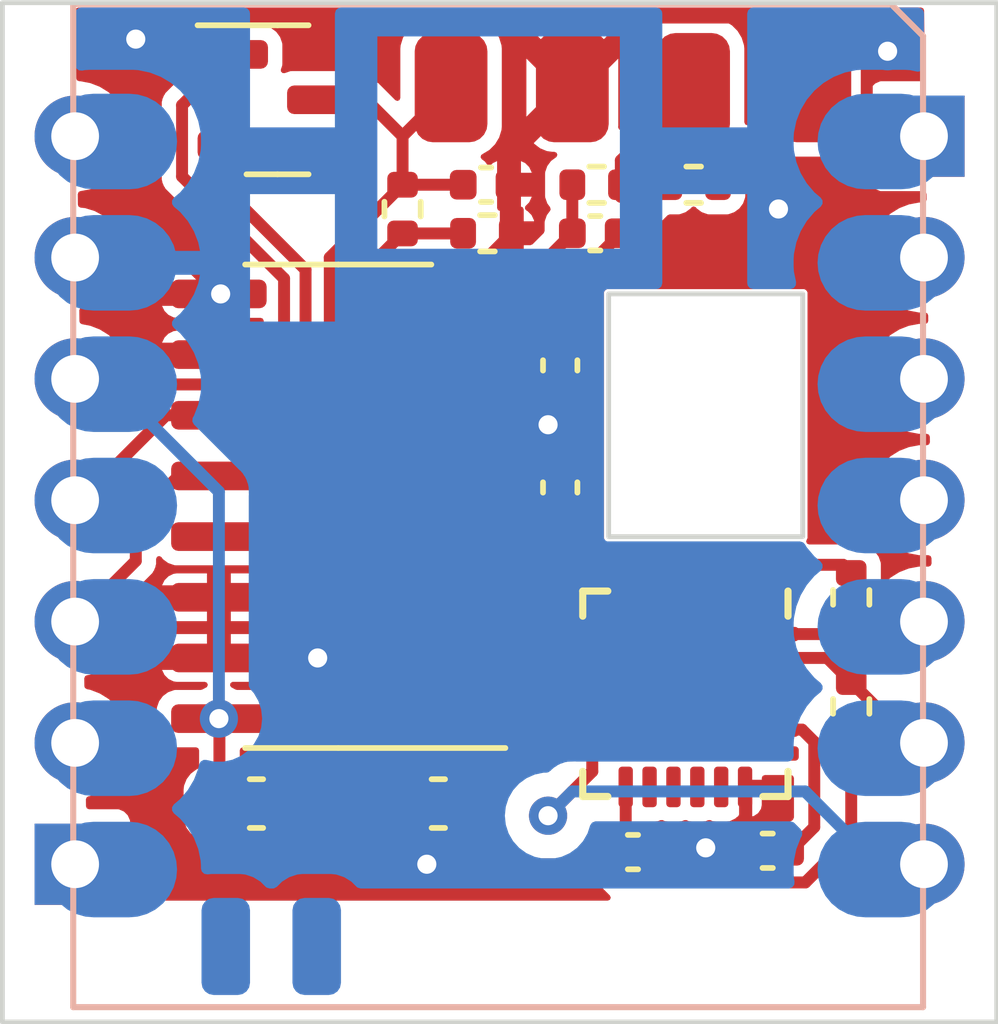
<source format=kicad_pcb>
(kicad_pcb (version 20221018) (generator pcbnew)
  (layers (0 "F.Cu" signal) (31 "B.Cu" signal) (34 "B.Paste" user) (35 "F.Paste" user) (36 "B.SilkS" user "B.Silkscreen") (37 "F.SilkS" user "F.Silkscreen") (38 "B.Mask" user) (39 "F.Mask" user) (44 "Edge.Cuts" user))
  (net 0 "")
  (net 1 "Net-(U2-INA+)")
  (net 2 "Net-(J1-Pin_4)")
  (net 3 "Net-(U2-VBG)")
  (net 4 "GND")
  (net 5 "+3.3V")
  (net 6 "Net-(J1-Pin_1)")
  (net 7 "Net-(U3-CPOUT)")
  (net 8 "Net-(U3-REGOUT)")
  (net 9 "Net-(J1-Pin_3)")
  (net 10 "Net-(Q1-B)")
  (net 11 "Net-(U2-VFB)")
  (net 12 "/SCL")
  (net 13 "/SDA")
  (net 14 "/MPU_INT")
  (net 15 "Net-(J2-Pin_3)")
  (net 16 "/HX_CLK")
  (net 17 "/HX_DATA")
  (net 18 "Net-(J2-Pin_4)")
  (net 19 "Net-(J2-Pin_1)")
  (net 20 "Net-(J2-Pin_2)")
  (net 21 "Net-(J3-Pin_1)")
  (net 39 "Net-(J3-Pin_2)")
  (net 40 "Net-(U2-INA-)")
  (net 41 "/5V")
  (footprint "Resistor_SMD:R_0402_1005Metric" (layer "F.Cu") (at 58.674 45.214 -90)
    (fp_text reference "R2" hide)
    (fp_text value "20k")
    (fp_line (start -0.153641 -0.38) (end 0.153641 -0.38) (stroke (width 0.12)) (layer "F.SilkS"))
    (fp_line (start -0.153641 0.38) (end 0.153641 0.38) (stroke (width 0.12)) (layer "F.SilkS"))
    (pad "1" smd roundrect (at -0.51 0 270) (size 0.54 0.64) (layers "F.Cu" "F.Paste" "F.Mask") (net 6 "Net-(J1-Pin_1)"))
    (pad "2" smd roundrect (at 0.51 0 270) (size 0.54 0.64) (layers "F.Cu" "F.Paste" "F.Mask") (net 11 "Net-(U2-VFB)"))
  )
  (footprint "Resistor_SMD:R_0402_1005Metric" (layer "F.Cu") (at 60.452 45.72)
    (fp_text reference "R3" hide)
    (fp_text value "8.2k")
    (fp_line (start -0.153641 -0.38) (end 0.153641 -0.38) (stroke (width 0.12)) (layer "F.SilkS"))
    (fp_line (start -0.153641 0.38) (end 0.153641 0.38) (stroke (width 0.12)) (layer "F.SilkS"))
    (pad "1" smd roundrect (at -0.51 0) (size 0.54 0.64) (layers "F.Cu" "F.Paste" "F.Mask") (net 11 "Net-(U2-VFB)"))
    (pad "2" smd roundrect (at 0.51 0) (size 0.54 0.64) (layers "F.Cu" "F.Paste" "F.Mask") (net 4 "GND"))
  )
  (footprint "Capacitor_SMD:C_0402_1005Metric" (layer "F.Cu") (at 63.5 58.674)
    (fp_text reference "C8" hide)
    (fp_text value "10nF")
    (fp_line (start -0.107836 -0.36) (end 0.107836 -0.36) (stroke (width 0.12)) (layer "F.SilkS"))
    (fp_line (start -0.107836 0.36) (end 0.107836 0.36) (stroke (width 0.12)) (layer "F.SilkS"))
    (pad "1" smd roundrect (at -0.48 0) (size 0.56 0.62) (layers "F.Cu" "F.Paste" "F.Mask") (net 5 "+3.3V"))
    (pad "2" smd roundrect (at 0.48 0) (size 0.56 0.62) (layers "F.Cu" "F.Paste" "F.Mask") (net 4 "GND"))
  )
  (footprint "Capacitor_SMD:C_0402_1005Metric" (layer "F.Cu") (at 66.322 58.646 180)
    (fp_text reference "C5" hide)
    (fp_text value "2.2nF")
    (fp_line (start -0.107836 -0.36) (end 0.107836 -0.36) (stroke (width 0.12)) (layer "F.SilkS"))
    (fp_line (start -0.107836 0.36) (end 0.107836 0.36) (stroke (width 0.12)) (layer "F.SilkS"))
    (pad "1" smd roundrect (at -0.48 0 180) (size 0.56 0.62) (layers "F.Cu" "F.Paste" "F.Mask") (net 7 "Net-(U3-CPOUT)"))
    (pad "2" smd roundrect (at 0.48 0 180) (size 0.56 0.62) (layers "F.Cu" "F.Paste" "F.Mask") (net 4 "GND"))
  )
  (footprint "Package_TO_SOT_SMD:SOT-23" (layer "F.Cu") (at 56.0555 42.926)
    (fp_text reference "Q1" hide)
    (fp_text value "S8550" hide)
    (fp_line (start 0 -1.56) (end -1.675 -1.56) (stroke (width 0.12)) (layer "F.SilkS"))
    (fp_line (start 0 -1.56) (end 0.65 -1.56) (stroke (width 0.12)) (layer "F.SilkS"))
    (fp_line (start 0 1.56) (end -0.65 1.56) (stroke (width 0.12)) (layer "F.SilkS"))
    (fp_line (start 0 1.56) (end 0.65 1.56) (stroke (width 0.12)) (layer "F.SilkS"))
    (pad "1" smd roundrect (at -0.9375 -0.95) (size 1.475 0.6) (layers "F.Cu" "F.Paste" "F.Mask") (net 5 "+3.3V"))
    (pad "2" smd roundrect (at -0.9375 0.95) (size 1.475 0.6) (layers "F.Cu" "F.Paste" "F.Mask") (net 10 "Net-(Q1-B)"))
    (pad "3" smd roundrect (at 0.9375 0) (size 1.475 0.6) (layers "F.Cu" "F.Paste" "F.Mask") (net 6 "Net-(J1-Pin_1)"))
  )
  (footprint "Capacitor_SMD:C_0402_1005Metric" (layer "F.Cu") (at 60.424 44.704)
    (fp_text reference "C4" hide)
    (fp_text value "10uF")
    (fp_line (start -0.107836 -0.36) (end 0.107836 -0.36) (stroke (width 0.12)) (layer "F.SilkS"))
    (fp_line (start -0.107836 0.36) (end 0.107836 0.36) (stroke (width 0.12)) (layer "F.SilkS"))
    (pad "1" smd roundrect (at -0.48 0) (size 0.56 0.62) (layers "F.Cu" "F.Paste" "F.Mask") (net 6 "Net-(J1-Pin_1)"))
    (pad "2" smd roundrect (at 0.48 0) (size 0.56 0.62) (layers "F.Cu" "F.Paste" "F.Mask") (net 4 "GND"))
  )
  (footprint "Resistor_SMD:R_0402_1005Metric" (layer "F.Cu") (at 68.072 53.342 -90)
    (fp_text reference "R4" hide)
    (fp_text value "10k")
    (fp_line (start -0.153641 -0.38) (end 0.153641 -0.38) (stroke (width 0.12)) (layer "F.SilkS"))
    (fp_line (start -0.153641 0.38) (end 0.153641 0.38) (stroke (width 0.12)) (layer "F.SilkS"))
    (pad "1" smd roundrect (at -0.51 0 270) (size 0.54 0.64) (layers "F.Cu" "F.Paste" "F.Mask") (net 5 "+3.3V"))
    (pad "2" smd roundrect (at 0.51 0 270) (size 0.54 0.64) (layers "F.Cu" "F.Paste" "F.Mask") (net 13 "/SDA"))
  )
  (footprint "Connector_PinHeader_2.54mm:PinHeader_1x07_P2.54mm_Vertical" (layer "F.Cu") (at 51.816 58.928 180)
    (fp_text reference "J3" hide)
    (fp_text value "Conn_01x07" hide)
    (pad "1" thru_hole rect (at 0 0 180) (size 1.7 1.7) (drill 1) (layers "*.Cu" "*.Mask") (net 21 "Net-(J3-Pin_1)"))
    (pad "2" thru_hole oval (at 0 2.54 180) (size 1.7 1.7) (drill 1) (layers "*.Cu" "*.Mask") (net 39 "Net-(J3-Pin_2)"))
    (pad "3" thru_hole oval (at 0 5.08 180) (size 1.7 1.7) (drill 1) (layers "*.Cu" "*.Mask") (net 17 "/HX_DATA"))
    (pad "4" thru_hole oval (at 0 7.62 180) (size 1.7 1.7) (drill 1) (layers "*.Cu" "*.Mask") (net 16 "/HX_CLK"))
    (pad "5" thru_hole oval (at 0 10.16 180) (size 1.7 1.7) (drill 1) (layers "*.Cu" "*.Mask") (net 5 "+3.3V"))
    (pad "6" thru_hole oval (at 0 12.7 180) (size 1.7 1.7) (drill 1) (layers "*.Cu" "*.Mask") (net 4 "GND"))
    (pad "7" thru_hole oval (at 0 15.24 180) (size 1.7 1.7) (drill 1) (layers "*.Cu" "*.Mask") (net 41 "/5V"))
  )
  (footprint "Resistor_SMD:R_0402_1005Metric" (layer "F.Cu") (at 62.74 44.704)
    (fp_text reference "R1" hide)
    (fp_text value "100")
    (fp_line (start -0.153641 -0.38) (end 0.153641 -0.38) (stroke (width 0.12)) (layer "F.SilkS"))
    (fp_line (start -0.153641 0.38) (end 0.153641 0.38) (stroke (width 0.12)) (layer "F.SilkS"))
    (pad "1" smd roundrect (at -0.51 0) (size 0.54 0.64) (layers "F.Cu" "F.Paste" "F.Mask") (net 1 "Net-(U2-INA+)"))
    (pad "2" smd roundrect (at 0.51 0) (size 0.54 0.64) (layers "F.Cu" "F.Paste" "F.Mask") (net 9 "Net-(J1-Pin_3)"))
  )
  (footprint "Capacitor_SMD:C_0402_1005Metric" (layer "F.Cu") (at 61.976 51.041 90)
    (fp_text reference "C7" hide)
    (fp_text value "0.1uF")
    (fp_line (start -0.107836 -0.36) (end 0.107836 -0.36) (stroke (width 0.12)) (layer "F.SilkS"))
    (fp_line (start -0.107836 0.36) (end 0.107836 0.36) (stroke (width 0.12)) (layer "F.SilkS"))
    (pad "1" smd roundrect (at -0.48 0 90) (size 0.56 0.62) (layers "F.Cu" "F.Paste" "F.Mask") (net 5 "+3.3V"))
    (pad "2" smd roundrect (at 0.48 0 90) (size 0.56 0.62) (layers "F.Cu" "F.Paste" "F.Mask") (net 4 "GND"))
  )
  (footprint "powermeter:connecteur" (layer "F.Cu") (at 59.69 42.672 90)
    (fp_text reference "J1" hide)
    (fp_text value "Conn_01x04" hide)
    (pad "1" smd roundrect (at 0 0 90) (size 2.286 1.524) (layers "F.Cu" "F.Mask") (net 6 "Net-(J1-Pin_1)"))
    (pad "2" smd roundrect (at 0 2.54 90) (size 2.286 1.524) (layers "F.Cu" "F.Mask") (net 4 "GND"))
    (pad "3" smd roundrect (at 0 5.08 90) (size 2.286 1.524) (layers "F.Cu" "F.Mask") (net 9 "Net-(J1-Pin_3)"))
    (pad "4" smd roundrect (at 0 7.62 90) (size 2.286 1.524) (layers "F.Cu" "F.Mask") (net 2 "Net-(J1-Pin_4)"))
  )
  (footprint "Capacitor_SMD:C_0603_1608Metric" (layer "F.Cu") (at 55.613 57.658)
    (fp_text reference "C3" hide)
    (fp_text value "10uF")
    (fp_line (start -0.14058 -0.51) (end 0.14058 -0.51) (stroke (width 0.12)) (layer "F.SilkS"))
    (fp_line (start -0.14058 0.51) (end 0.14058 0.51) (stroke (width 0.12)) (layer "F.SilkS"))
    (pad "1" smd roundrect (at -0.775 0) (size 0.9 0.95) (layers "F.Cu" "F.Paste" "F.Mask") (net 5 "+3.3V"))
    (pad "2" smd roundrect (at 0.775 0) (size 0.9 0.95) (layers "F.Cu" "F.Paste" "F.Mask") (net 4 "GND"))
  )
  (footprint "Capacitor_SMD:C_0402_1005Metric" (layer "F.Cu") (at 61.976 48.486 -90)
    (fp_text reference "C2" hide)
    (fp_text value "0.1uF")
    (fp_line (start -0.107836 -0.36) (end 0.107836 -0.36) (stroke (width 0.12)) (layer "F.SilkS"))
    (fp_line (start -0.107836 0.36) (end 0.107836 0.36) (stroke (width 0.12)) (layer "F.SilkS"))
    (pad "1" smd roundrect (at -0.48 0 270) (size 0.56 0.62) (layers "F.Cu" "F.Paste" "F.Mask") (net 3 "Net-(U2-VBG)"))
    (pad "2" smd roundrect (at 0.48 0 270) (size 0.56 0.62) (layers "F.Cu" "F.Paste" "F.Mask") (net 4 "GND"))
  )
  (footprint "Resistor_SMD:R_0402_1005Metric" (layer "F.Cu") (at 68.072 55.624 90)
    (fp_text reference "R5" hide)
    (fp_text value "10k")
    (fp_line (start -0.153641 -0.38) (end 0.153641 -0.38) (stroke (width 0.12)) (layer "F.SilkS"))
    (fp_line (start -0.153641 0.38) (end 0.153641 0.38) (stroke (width 0.12)) (layer "F.SilkS"))
    (pad "1" smd roundrect (at -0.51 0 90) (size 0.54 0.64) (layers "F.Cu" "F.Paste" "F.Mask") (net 5 "+3.3V"))
    (pad "2" smd roundrect (at 0.51 0 90) (size 0.54 0.64) (layers "F.Cu" "F.Paste" "F.Mask") (net 12 "/SCL"))
  )
  (footprint "Package_SO:SOP-16_3.9x9.9mm_P1.27mm" (layer "F.Cu") (at 57.327 51.435 180)
    (fp_text reference "U2" hide)
    (fp_text value "HX711" hide)
    (fp_line (start 0 -5.06) (end -3.5 -5.06) (stroke (width 0.12)) (layer "F.SilkS"))
    (fp_line (start 0 -5.06) (end 1.95 -5.06) (stroke (width 0.12)) (layer "F.SilkS"))
    (fp_line (start 0 5.06) (end -1.95 5.06) (stroke (width 0.12)) (layer "F.SilkS"))
    (fp_line (start 0 5.06) (end 1.95 5.06) (stroke (width 0.12)) (layer "F.SilkS"))
    (pad "1" smd roundrect (at -2.5 -4.445 180) (size 2 0.6) (layers "F.Cu" "F.Paste" "F.Mask") (net 5 "+3.3V"))
    (pad "2" smd roundrect (at -2.5 -3.175 180) (size 2 0.6) (layers "F.Cu" "F.Paste" "F.Mask") (net 10 "Net-(Q1-B)"))
    (pad "3" smd roundrect (at -2.5 -1.905 180) (size 2 0.6) (layers "F.Cu" "F.Paste" "F.Mask") (net 6 "Net-(J1-Pin_1)"))
    (pad "4" smd roundrect (at -2.5 -0.635 180) (size 2 0.6) (layers "F.Cu" "F.Paste" "F.Mask") (net 11 "Net-(U2-VFB)"))
    (pad "5" smd roundrect (at -2.5 0.635 180) (size 2 0.6) (layers "F.Cu" "F.Paste" "F.Mask") (net 4 "GND"))
    (pad "6" smd roundrect (at -2.5 1.905 180) (size 2 0.6) (layers "F.Cu" "F.Paste" "F.Mask") (net 3 "Net-(U2-VBG)"))
    (pad "7" smd roundrect (at -2.5 3.175 180) (size 2 0.6) (layers "F.Cu" "F.Paste" "F.Mask") (net 40 "Net-(U2-INA-)"))
    (pad "8" smd roundrect (at -2.5 4.445 180) (size 2 0.6) (layers "F.Cu" "F.Paste" "F.Mask") (net 1 "Net-(U2-INA+)"))
    (pad "9" smd roundrect (at 2.5 4.445 180) (size 2 0.6) (layers "F.Cu" "F.Paste" "F.Mask") (net 4 "GND"))
    (pad "10" smd roundrect (at 2.5 3.175 180) (size 2 0.6) (layers "F.Cu" "F.Paste" "F.Mask") (net 4 "GND"))
    (pad "11" smd roundrect (at 2.5 1.905 180) (size 2 0.6) (layers "F.Cu" "F.Paste" "F.Mask") (net 16 "/HX_CLK"))
    (pad "12" smd roundrect (at 2.5 0.635 180) (size 2 0.6) (layers "F.Cu" "F.Paste" "F.Mask") (net 17 "/HX_DATA"))
    (pad "13" smd roundrect (at 2.5 -0.635 180) (size 2 0.6) (layers "F.Cu" "F.Paste" "F.Mask"))
    (pad "14" smd roundrect (at 2.5 -1.905 180) (size 2 0.6) (layers "F.Cu" "F.Paste" "F.Mask") (net 4 "GND"))
    (pad "15" smd roundrect (at 2.5 -3.175 180) (size 2 0.6) (layers "F.Cu" "F.Paste" "F.Mask") (net 4 "GND"))
    (pad "16" smd roundrect (at 2.5 -4.445 180) (size 2 0.6) (layers "F.Cu" "F.Paste" "F.Mask") (net 5 "+3.3V"))
  )
  (footprint "Resistor_SMD:R_0402_1005Metric" (layer "F.Cu") (at 64.772 44.704)
    (fp_text reference "R6" hide)
    (fp_text value "100")
    (fp_line (start -0.153641 -0.38) (end 0.153641 -0.38) (stroke (width 0.12)) (layer "F.SilkS"))
    (fp_line (start -0.153641 0.38) (end 0.153641 0.38) (stroke (width 0.12)) (layer "F.SilkS"))
    (pad "1" smd roundrect (at -0.51 0) (size 0.54 0.64) (layers "F.Cu" "F.Paste" "F.Mask") (net 40 "Net-(U2-INA-)"))
    (pad "2" smd roundrect (at 0.51 0) (size 0.54 0.64) (layers "F.Cu" "F.Paste" "F.Mask") (net 2 "Net-(J1-Pin_4)"))
  )
  (footprint "Capacitor_SMD:C_0603_1608Metric" (layer "F.Cu") (at 59.423 57.658 180)
    (fp_text reference "C6" hide)
    (fp_text value "0.1uF")
    (fp_line (start -0.14058 -0.51) (end 0.14058 -0.51) (stroke (width 0.12)) (layer "F.SilkS"))
    (fp_line (start -0.14058 0.51) (end 0.14058 0.51) (stroke (width 0.12)) (layer "F.SilkS"))
    (pad "1" smd roundrect (at -0.775 0 180) (size 0.9 0.95) (layers "F.Cu" "F.Paste" "F.Mask") (net 8 "Net-(U3-REGOUT)"))
    (pad "2" smd roundrect (at 0.775 0 180) (size 0.9 0.95) (layers "F.Cu" "F.Paste" "F.Mask") (net 4 "GND"))
  )
  (footprint "Sensor_Motion:InvenSense_QFN-24_4x4mm_P0.5mm" (layer "F.Cu") (at 64.598 55.36 -90)
    (fp_text reference "U3" hide)
    (fp_text value "MPU-6050" hide)
    (fp_line (start -2.15 -2.15) (end -1.625 -2.15) (stroke (width 0.15)) (layer "F.SilkS"))
    (fp_line (start -2.15 2.15) (end -2.15 1.625) (stroke (width 0.15)) (layer "F.SilkS"))
    (fp_line (start -2.15 2.15) (end -1.625 2.15) (stroke (width 0.15)) (layer "F.SilkS"))
    (fp_line (start 2.15 -2.15) (end 1.625 -2.15) (stroke (width 0.15)) (layer "F.SilkS"))
    (fp_line (start 2.15 -2.15) (end 2.15 -1.625) (stroke (width 0.15)) (layer "F.SilkS"))
    (fp_line (start 2.15 2.15) (end 1.625 2.15) (stroke (width 0.15)) (layer "F.SilkS"))
    (fp_line (start 2.15 2.15) (end 2.15 1.625) (stroke (width 0.15)) (layer "F.SilkS"))
    (pad "1" smd roundrect (at -1.95 -1.25 270) (size 0.85 0.3) (layers "F.Cu" "F.Paste" "F.Mask"))
    (pad "2" smd roundrect (at -1.95 -0.75 270) (size 0.85 0.3) (layers "F.Cu" "F.Paste" "F.Mask"))
    (pad "3" smd roundrect (at -1.95 -0.25 270) (size 0.85 0.3) (layers "F.Cu" "F.Paste" "F.Mask"))
    (pad "4" smd roundrect (at -1.95 0.25 270) (size 0.85 0.3) (layers "F.Cu" "F.Paste" "F.Mask"))
    (pad "5" smd roundrect (at -1.95 0.75 270) (size 0.85 0.3) (layers "F.Cu" "F.Paste" "F.Mask"))
    (pad "6" smd roundrect (at -1.95 1.25 270) (size 0.85 0.3) (layers "F.Cu" "F.Paste" "F.Mask"))
    (pad "7" smd roundrect (at -1.25 1.95) (size 0.85 0.3) (layers "F.Cu" "F.Paste" "F.Mask"))
    (pad "8" smd roundrect (at -0.75 1.95) (size 0.85 0.3) (layers "F.Cu" "F.Paste" "F.Mask") (net 5 "+3.3V"))
    (pad "9" smd roundrect (at -0.25 1.95) (size 0.85 0.3) (layers "F.Cu" "F.Paste" "F.Mask"))
    (pad "10" smd roundrect (at 0.25 1.95) (size 0.85 0.3) (layers "F.Cu" "F.Paste" "F.Mask") (net 8 "Net-(U3-REGOUT)"))
    (pad "11" smd roundrect (at 0.75 1.95) (size 0.85 0.3) (layers "F.Cu" "F.Paste" "F.Mask"))
    (pad "12" smd roundrect (at 1.25 1.95) (size 0.85 0.3) (layers "F.Cu" "F.Paste" "F.Mask") (net 14 "/MPU_INT"))
    (pad "13" smd roundrect (at 1.95 1.25 270) (size 0.85 0.3) (layers "F.Cu" "F.Paste" "F.Mask") (net 5 "+3.3V"))
    (pad "14" smd roundrect (at 1.95 0.75 270) (size 0.85 0.3) (layers "F.Cu" "F.Paste" "F.Mask"))
    (pad "15" smd roundrect (at 1.95 0.25 270) (size 0.85 0.3) (layers "F.Cu" "F.Paste" "F.Mask"))
    (pad "16" smd roundrect (at 1.95 -0.25 270) (size 0.85 0.3) (layers "F.Cu" "F.Paste" "F.Mask"))
    (pad "17" smd roundrect (at 1.95 -0.75 270) (size 0.85 0.3) (layers "F.Cu" "F.Paste" "F.Mask"))
    (pad "18" smd roundrect (at 1.95 -1.25 270) (size 0.85 0.3) (layers "F.Cu" "F.Paste" "F.Mask") (net 4 "GND"))
    (pad "19" smd roundrect (at 1.25 -1.95) (size 0.85 0.3) (layers "F.Cu" "F.Paste" "F.Mask"))
    (pad "20" smd roundrect (at 0.75 -1.95) (size 0.85 0.3) (layers "F.Cu" "F.Paste" "F.Mask") (net 7 "Net-(U3-CPOUT)"))
    (pad "21" smd roundrect (at 0.25 -1.95) (size 0.85 0.3) (layers "F.Cu" "F.Paste" "F.Mask"))
    (pad "22" smd roundrect (at -0.25 -1.95) (size 0.85 0.3) (layers "F.Cu" "F.Paste" "F.Mask"))
    (pad "23" smd roundrect (at -0.75 -1.95) (size 0.85 0.3) (layers "F.Cu" "F.Paste" "F.Mask") (net 12 "/SCL"))
    (pad "24" smd roundrect (at -1.25 -1.95) (size 0.85 0.3) (layers "F.Cu" "F.Paste" "F.Mask") (net 13 "/SDA"))
    (zone (net 0) (net_name "") (layer "F.Cu") (connect_pads (clearance 0)) (min_thickness 0.254)
      (keepout (tracks not_allowed) (vias not_allowed) (pads not_allowed) (copperpour not_allowed) (footprints allowed))
      (fill (thermal_gap 0.508) (thermal_bridge_width 0.508))
      (polygon (pts (xy 65.923 53.985) (xy 65.923 56.735) (xy 63.273 56.735) (xy 63.273 53.985)))
    )
  )
  (footprint "Capacitor_SMD:C_0402_1005Metric" (layer "F.Cu") (at 62.71 45.72)
    (fp_text reference "C1" hide)
    (fp_text value "0.1uF")
    (fp_line (start -0.107836 -0.36) (end 0.107836 -0.36) (stroke (width 0.12)) (layer "F.SilkS"))
    (fp_line (start -0.107836 0.36) (end 0.107836 0.36) (stroke (width 0.12)) (layer "F.SilkS"))
    (pad "1" smd roundrect (at -0.48 0) (size 0.56 0.62) (layers "F.Cu" "F.Paste" "F.Mask") (net 1 "Net-(U2-INA+)"))
    (pad "2" smd roundrect (at 0.48 0) (size 0.56 0.62) (layers "F.Cu" "F.Paste" "F.Mask") (net 40 "Net-(U2-INA-)"))
  )
  (footprint "Connector_PinHeader_2.54mm:PinHeader_1x07_P2.54mm_Vertical" (layer "F.Cu") (at 69.596 43.688)
    (fp_text reference "J2" hide)
    (fp_text value "Conn_01x07" hide)
    (pad "1" thru_hole rect (at 0 0) (size 1.7 1.7) (drill 1) (layers "*.Cu" "*.Mask") (net 19 "Net-(J2-Pin_1)"))
    (pad "2" thru_hole oval (at 0 2.54) (size 1.7 1.7) (drill 1) (layers "*.Cu" "*.Mask") (net 20 "Net-(J2-Pin_2)"))
    (pad "3" thru_hole oval (at 0 5.08) (size 1.7 1.7) (drill 1) (layers "*.Cu" "*.Mask") (net 15 "Net-(J2-Pin_3)"))
    (pad "4" thru_hole oval (at 0 7.62) (size 1.7 1.7) (drill 1) (layers "*.Cu" "*.Mask") (net 18 "Net-(J2-Pin_4)"))
    (pad "5" thru_hole oval (at 0 10.16) (size 1.7 1.7) (drill 1) (layers "*.Cu" "*.Mask") (net 13 "/SDA"))
    (pad "6" thru_hole oval (at 0 12.7) (size 1.7 1.7) (drill 1) (layers "*.Cu" "*.Mask") (net 12 "/SCL"))
    (pad "7" thru_hole oval (at 0 15.24) (size 1.7 1.7) (drill 1) (layers "*.Cu" "*.Mask") (net 14 "/MPU_INT"))
  )
  (footprint "powermeter:MOUDLE16P-SMD-2.54-21X17.8MM" (layer "B.Cu") (at 69.576 61.91925 180)
    (fp_text reference "U1" hide)
    (fp_text value "XIAO BLE")
    (fp_line (start 0 0) (end 17.8 0) (stroke (width 0.127)) (layer "B.SilkS"))
    (fp_line (start 0 20.3285) (end 0 0) (stroke (width 0.127)) (layer "B.SilkS"))
    (fp_line (start 0.671541 21) (end 0 20.3285) (stroke (width 0.127)) (layer "B.SilkS"))
    (fp_line (start 17.8 0) (end 17.8 21) (stroke (width 0.127)) (layer "B.SilkS"))
    (fp_line (start 17.8 21) (end 0.671541 21) (stroke (width 0.127)) (layer "B.SilkS"))
    (pad "1" smd roundrect (at 0.835 18.12 180) (size 2.75 2) (layers "B.Cu" "B.Paste" "B.Mask") (roundrect_rratio 0.5) (net 19 "Net-(J2-Pin_1)"))
    (pad "2" smd roundrect (at 0.835 15.58 180) (size 2.75 2) (layers "B.Cu" "B.Paste" "B.Mask") (roundrect_rratio 0.5) (net 20 "Net-(J2-Pin_2)"))
    (pad "3" smd roundrect (at 0.835 13.04 180) (size 2.75 2) (layers "B.Cu" "B.Paste" "B.Mask") (roundrect_rratio 0.5) (net 15 "Net-(J2-Pin_3)"))
    (pad "4" smd roundrect (at 0.835 10.5 180) (size 2.75 2) (layers "B.Cu" "B.Paste" "B.Mask") (roundrect_rratio 0.5) (net 18 "Net-(J2-Pin_4)"))
    (pad "5" smd roundrect (at 0.835 7.96 180) (size 2.75 2) (layers "B.Cu" "B.Paste" "B.Mask") (roundrect_rratio 0.5) (net 13 "/SDA"))
    (pad "6" smd roundrect (at 0.835 5.42 180) (size 2.75 2) (layers "B.Cu" "B.Paste" "B.Mask") (roundrect_rratio 0.5) (net 12 "/SCL"))
    (pad "7" smd roundrect (at 0.835 2.88 180) (size 2.75 2) (layers "B.Cu" "B.Paste" "B.Mask") (roundrect_rratio 0.5) (net 14 "/MPU_INT"))
    (pad "8" smd roundrect (at 17 2.88 180) (size 2.75 2) (layers "B.Cu" "B.Paste" "B.Mask") (roundrect_rratio 0.5) (net 21 "Net-(J3-Pin_1)"))
    (pad "9" smd roundrect (at 17 5.42 180) (size 2.75 2) (layers "B.Cu" "B.Paste" "B.Mask") (roundrect_rratio 0.5) (net 39 "Net-(J3-Pin_2)"))
    (pad "10" smd roundrect (at 17 7.96 180) (size 2.75 2) (layers "B.Cu" "B.Paste" "B.Mask") (roundrect_rratio 0.5) (net 17 "/HX_DATA"))
    (pad "11" smd roundrect (at 17 10.5 180) (size 2.75 2) (layers "B.Cu" "B.Paste" "B.Mask") (roundrect_rratio 0.5) (net 16 "/HX_CLK"))
    (pad "12" smd roundrect (at 17 13.04 180) (size 2.75 2) (layers "B.Cu" "B.Paste" "B.Mask") (roundrect_rratio 0.5) (net 5 "+3.3V"))
    (pad "13" smd roundrect (at 17 15.58 180) (size 2.75 2) (layers "B.Cu" "B.Paste" "B.Mask") (roundrect_rratio 0.5) (net 4 "GND"))
    (pad "14" smd roundrect (at 17 18.12 180) (size 2.75 2) (layers "B.Cu" "B.Paste" "B.Mask") (roundrect_rratio 0.5) (net 41 "/5V"))
    (pad "15" smd roundrect (at 12.7 1.27 90) (size 2.032 1.016) (layers "B.Cu" "B.Paste" "B.Mask"))
    (pad "16" smd roundrect (at 14.605 1.27 90) (size 2.032 1.016) (layers "B.Cu" "B.Paste" "B.Mask"))
    (zone (net 0) (net_name "") (layer "B.Cu") (connect_pads (clearance 0)) (min_thickness 0.01)
      (keepout (tracks not_allowed) (vias not_allowed) (pads not_allowed) (copperpour not_allowed) (footprints allowed))
      (fill (thermal_gap 0.508) (thermal_bridge_width 0.508))
      (polygon (pts (xy 57.257 40.83725) (xy 55.479 40.83725) (xy 55.479 43.50425) (xy 57.257 43.50425)))
    )
    (zone (net 0) (net_name "") (layer "B.Cu") (connect_pads (clearance 0)) (min_thickness 0.01)
      (keepout (tracks not_allowed) (vias not_allowed) (pads not_allowed) (copperpour not_allowed) (footprints allowed))
      (fill (thermal_gap 0.508) (thermal_bridge_width 0.508))
      (polygon (pts (xy 57.257 44.90125) (xy 55.479 44.90125) (xy 55.479 47.56825) (xy 57.257 47.56825)))
    )
    (zone (net 0) (net_name "") (layer "B.Cu") (connect_pads (clearance 0)) (min_thickness 0.01)
      (keepout (tracks not_allowed) (vias not_allowed) (pads not_allowed) (copperpour not_allowed) (footprints allowed))
      (fill (thermal_gap 0.508) (thermal_bridge_width 0.508))
      (polygon (pts (xy 63.226 41.59925) (xy 58.146 41.59925) (xy 58.146 46.04425) (xy 63.226 46.04425)))
    )
    (zone (net 0) (net_name "") (layer "B.Cu") (connect_pads (clearance 0)) (min_thickness 0.01)
      (keepout (tracks not_allowed) (vias not_allowed) (pads not_allowed) (copperpour not_allowed) (footprints allowed))
      (fill (thermal_gap 0.508) (thermal_bridge_width 0.508))
      (polygon (pts (xy 65.893 40.83725) (xy 64.115 40.83725) (xy 64.115 43.50425) (xy 65.893 43.50425)))
    )
    (zone (net 0) (net_name "") (layer "B.Cu") (connect_pads (clearance 0)) (min_thickness 0.01)
      (keepout (tracks not_allowed) (vias not_allowed) (pads not_allowed) (copperpour not_allowed) (footprints allowed))
      (fill (thermal_gap 0.508) (thermal_bridge_width 0.508))
      (polygon (pts (xy 65.893 44.90125) (xy 64.115 44.90125) (xy 64.115 47.56825) (xy 65.893 47.56825)))
    )
    (zone (net 0) (net_name "") (layer "B.Cu") (connect_pads (clearance 0)) (min_thickness 0.01)
      (keepout (tracks not_allowed) (vias not_allowed) (pads not_allowed) (copperpour not_allowed) (footprints allowed))
      (fill (thermal_gap 0.508) (thermal_bridge_width 0.508))
      (polygon (pts (xy 66.7185 49.02875) (xy 63.5435 49.02875) (xy 63.5435 51.31475) (xy 66.7185 51.31475)))
    )
  )
  (gr_rect (start 50.292 40.894) (end 71.12 62.23) (stroke (width 0.1)) (fill none) (layer "Edge.Cuts"))
  (gr_rect (start 62.992 46.99) (end 67.056 52.07) (stroke (width 0.1)) (fill none) (layer "Edge.Cuts"))
  (segment (start 62.23 45.72) (end 60.96 46.99) (width 0.25) (layer "F.Cu") (net 1))
  (segment (start 60.96 46.99) (end 59.827 46.99) (width 0.25) (layer "F.Cu") (net 1))
  (segment (start 62.23 44.704) (end 62.23 45.72) (width 0.25) (layer "F.Cu") (net 1))
  (segment (start 65.282 44.7) (end 67.31 42.672) (width 0.25) (layer "F.Cu") (net 2))
  (segment (start 65.282 44.704) (end 65.282 44.7) (width 0.25) (layer "F.Cu") (net 2))
  (segment (start 61.976 48.006) (end 61.96451 48.006) (width 0.25) (layer "F.Cu") (net 3))
  (segment (start 60.44051 49.53) (end 59.827 49.53) (width 0.25) (layer "F.Cu") (net 3))
  (segment (start 61.96451 48.006) (end 60.44051 49.53) (width 0.25) (layer "F.Cu") (net 3))
  (segment (start 58.648 57.658) (end 58.648 58.394) (width 0.25) (layer "F.Cu") (net 4))
  (segment (start 63.98 58.674) (end 64.9345 58.674) (width 0.25) (layer "F.Cu") (net 4))
  (segment (start 65.848 58.64) (end 65.842 58.646) (width 0.25) (layer "F.Cu") (net 4))
  (segment (start 66.911434 45.212) (end 66.548 45.212) (width 0.25) (layer "F.Cu") (net 4))
  (segment (start 54.827 46.99) (end 54.864 46.99) (width 0.25) (layer "F.Cu") (net 4))
  (segment (start 56.388 57.658) (end 58.648 57.658) (width 0.25) (layer "F.Cu") (net 4))
  (segment (start 61.722 49.728) (end 60.65 50.8) (width 0.25) (layer "F.Cu") (net 4))
  (segment (start 60.962 45.72) (end 60.962 44.762) (width 0.25) (layer "F.Cu") (net 4))
  (segment (start 65.842 58.646) (end 65.0855 58.646) (width 0.25) (layer "F.Cu") (net 4))
  (segment (start 65.0855 58.646) (end 65.024 58.5845) (width 0.25) (layer "F.Cu") (net 4))
  (segment (start 53.086 41.656) (end 53.086 44.958) (width 0.25) (layer "F.Cu") (net 4))
  (segment (start 60.317 46.365) (end 58.669396 46.365) (width 0.25) (layer "F.Cu") (net 4))
  (segment (start 58.42 50.546) (end 58.674 50.8) (width 0.25) (layer "F.Cu") (net 4))
  (segment (start 61.976 49.474) (end 61.722 49.728) (width 0.25) (layer "F.Cu") (net 4))
  (segment (start 60.762 41.204) (end 67.983434 41.204) (width 0.25) (layer "F.Cu") (net 4))
  (segment (start 60.65 50.8) (end 59.827 50.8) (width 0.25) (layer "F.Cu") (net 4))
  (segment (start 56.134 53.34) (end 54.827 53.34) (width 0.25) (layer "F.Cu") (net 4))
  (segment (start 53.594 46.228) (end 54.065 46.228) (width 0.25) (layer "F.Cu") (net 4))
  (segment (start 56.896 54.102) (end 56.134 53.34) (width 0.25) (layer "F.Cu") (net 4))
  (segment (start 60.962 45.72) (end 60.317 46.365) (width 0.25) (layer "F.Cu") (net 4))
  (segment (start 53.086 44.958) (end 53.594 45.466) (width 0.25) (layer "F.Cu") (net 4))
  (segment (start 61.722 49.728) (end 61.722 50.012) (width 0.25) (layer "F.Cu") (net 4))
  (segment (start 68.541566 41.617566) (end 68.834 41.91) (width 0.25) (layer "F.Cu") (net 4))
  (segment (start 54.827 54.61) (end 56.896 54.61) (width 0.25) (layer "F.Cu") (net 4))
  (segment (start 68.397 43.726434) (end 66.911434 45.212) (width 0.25) (layer "F.Cu") (net 4))
  (segment (start 61.722 50.012) (end 61.976 50.266) (width 0.25) (layer "F.Cu") (net 4))
  (segment (start 60.962 44.762) (end 60.904 44.704) (width 0.25) (layer "F.Cu") (net 4))
  (segment (start 58.669396 46.365) (end 58.42 46.614396) (width 0.25) (layer "F.Cu") (net 4))
  (segment (start 51.816 46.228) (end 53.594 46.228) (width 0.25) (layer "F.Cu") (net 4))
  (segment (start 68.397 41.617566) (end 68.541566 41.617566) (width 0.25) (layer "F.Cu") (net 4))
  (segment (start 53.594 45.466) (end 53.594 46.228) (width 0.25) (layer "F.Cu") (net 4))
  (segment (start 67.983434 41.204) (end 68.397 41.617566) (width 0.25) (layer "F.Cu") (net 4))
  (segment (start 58.648 58.394) (end 59.182 58.928) (width 0.25) (layer "F.Cu") (net 4))
  (segment (start 54.864 46.99) (end 54.827 48.26) (width 0.25) (layer "F.Cu") (net 4))
  (segment (start 54.065 46.228) (end 54.827 46.99) (width 0.25) (layer "F.Cu") (net 4))
  (segment (start 53.538 41.204) (end 60.762 41.204) (width 0.25) (layer "F.Cu") (net 4))
  (segment (start 58.42 46.614396) (end 58.42 50.546) (width 0.25) (layer "F.Cu") (net 4))
  (segment (start 65.848 57.31) (end 65.848 58.64) (width 0.25) (layer "F.Cu") (net 4))
  (segment (start 56.896 54.61) (end 56.896 54.102) (width 0.25) (layer "F.Cu") (net 4))
  (segment (start 53.086 41.656) (end 53.538 41.204) (width 0.25) (layer "F.Cu") (net 4))
  (segment (start 58.674 50.8) (end 59.827 50.8) (width 0.25) (layer "F.Cu") (net 4))
  (segment (start 64.9345 58.674) (end 65.024 58.5845) (width 0.25) (layer "F.Cu") (net 4))
  (segment (start 60.904 44.704) (end 60.904 43.998) (width 0.25) (layer "F.Cu") (net 4))
  (segment (start 61.976 48.966) (end 61.976 49.474) (width 0.25) (layer "F.Cu") (net 4))
  (segment (start 60.904 43.998) (end 62.23 42.672) (width 0.25) (layer "F.Cu") (net 4))
  (segment (start 62.23 42.672) (end 60.762 41.204) (width 0.25) (layer "F.Cu") (net 4))
  (segment (start 68.397 41.617566) (end 68.397 43.726434) (width 0.25) (layer "F.Cu") (net 4))
  (via (at 65.024 58.5845) (size 0.8) (drill 0.4) (layers "F.Cu" "B.Cu") (net 4))
  (via (at 56.896 54.61) (size 0.8) (drill 0.4) (layers "F.Cu" "B.Cu") (net 4))
  (via (at 68.834 41.91) (size 0.8) (drill 0.4) (layers "F.Cu" "B.Cu") (net 4))
  (via (at 59.182 58.928) (size 0.8) (drill 0.4) (layers "F.Cu" "B.Cu") (net 4))
  (via (at 53.086 41.656) (size 0.8) (drill 0.4) (layers "F.Cu" "B.Cu") (net 4))
  (via (at 54.864 46.99) (size 0.8) (drill 0.4) (layers "F.Cu" "B.Cu") (net 4))
  (via (at 66.548 45.212) (size 0.8) (drill 0.4) (layers "F.Cu" "B.Cu") (net 4))
  (via (at 61.722 49.728) (size 0.8) (drill 0.4) (layers "F.Cu" "B.Cu") (net 4))
  (segment (start 61.722 49.784) (end 56.896 54.61) (width 0.25) (layer "B.Cu") (net 4))
  (segment (start 59.827 50.8) (end 59.579 50.8) (width 0.25) (layer "B.Cu") (net 4))
  (segment (start 52.576 46.33925) (end 54.72125 46.33925) (width 0.25) (layer "B.Cu") (net 4))
  (segment (start 54.72125 46.33925) (end 54.864 46.482) (width 0.25) (layer "B.Cu") (net 4))
  (segment (start 54.827 46.519) (end 54.827 48.26) (width 0.25) (layer "B.Cu") (net 4))
  (segment (start 64.6805 58.928) (end 65.024 58.5845) (width 0.25) (layer "B.Cu") (net 4))
  (segment (start 56.896 50.329) (end 56.896 54.61) (width 0.25) (layer "B.Cu") (net 4))
  (segment (start 59.182 58.928) (end 59.182 58.674) (width 0.25) (layer "B.Cu") (net 4))
  (segment (start 59.182 58.674) (end 56.896 56.388) (width 0.25) (layer "B.Cu") (net 4))
  (segment (start 59.182 58.928) (end 64.6805 58.928) (width 0.25) (layer "B.Cu") (net 4))
  (segment (start 54.864 46.482) (end 54.827 46.519) (width 0.25) (layer "B.Cu") (net 4))
  (segment (start 61.722 49.728) (end 61.722 49.784) (width 0.25) (layer "B.Cu") (net 4))
  (segment (start 54.827 48.26) (end 56.896 50.329) (width 0.25) (layer "B.Cu") (net 4))
  (segment (start 56.896 56.388) (end 56.896 54.61) (width 0.25) (layer "B.Cu") (net 4))
  (segment (start 54.838 55.891) (end 54.827 55.88) (width 0.25) (layer "F.Cu") (net 5))
  (segment (start 59.69 56.017) (end 59.827 55.88) (width 0.25) (layer "F.Cu") (net 5))
  (segment (start 61.898 54.532) (end 61.976 54.61) (width 0.25) (layer "F.Cu") (net 5))
  (segment (start 59.423 58.142052) (end 59.423 57.173948) (width 0.25) (layer "F.Cu") (net 5))
  (segment (start 59.827 55.88) (end 60.55 55.88) (width 0.25) (layer "F.Cu") (net 5))
  (segment (start 62.738 58.674) (end 62.484 58.928) (width 0.25) (layer "F.Cu") (net 5))
  (segment (start 59.738948 58.458) (end 59.423 58.142052) (width 0.25) (layer "F.Cu") (net 5))
  (segment (start 56.192 48.71) (end 56.192 46.668396) (width 0.25) (layer "F.Cu") (net 5))
  (segment (start 63.02 58.674) (end 62.738 58.674) (width 0.25) (layer "F.Cu") (net 5))
  (segment (start 61.898 54.532) (end 61.898 51.894) (width 0.25) (layer "F.Cu") (net 5))
  (segment (start 68.072 58.34749) (end 68.072 56.134) (width 0.25) (layer "F.Cu") (net 5))
  (segment (start 62.566 52.66) (end 61.976 52.07) (width 0.25) (layer "F.Cu") (net 5))
  (segment (start 54.838 57.658) (end 54.838 55.891) (width 0.25) (layer "F.Cu") (net 5))
  (segment (start 54.0555 43.0385) (end 55.118 41.976) (width 0.25) (layer "F.Cu") (net 5))
  (segment (start 63.345001 59.309) (end 67.11049 59.309) (width 0.25) (layer "F.Cu") (net 5))
  (segment (start 67.11049 59.309) (end 68.072 58.34749) (width 0.25) (layer "F.Cu") (net 5))
  (segment (start 51.933 48.885) (end 56.017 48.885) (width 0.25) (layer "F.Cu") (net 5))
  (segment (start 55.118 41.976) (end 55.052 41.976) (width 0.25) (layer "F.Cu") (net 5))
  (segment (start 59.69 56.906948) (end 59.69 56.017) (width 0.25) (layer "F.Cu") (net 5))
  (segment (start 61.976 54.61) (end 62.648 54.61) (width 0.25) (layer "F.Cu") (net 5))
  (segment (start 56.192 46.668396) (end 54.0555 44.531896) (width 0.25) (layer "F.Cu") (net 5))
  (segment (start 57.15 55.88) (end 54.827 55.88) (width 0.25) (layer "F.Cu") (net 5))
  (segment (start 60.55 55.88) (end 61.898 54.532) (width 0.25) (layer "F.Cu") (net 5))
  (segment (start 54.0555 44.531896) (end 54.0555 43.0385) (width 0.25) (layer "F.Cu") (net 5))
  (segment (start 63.02 58.674) (end 63.02 58.983999) (width 0.25) (layer "F.Cu") (net 5))
  (segment (start 56.017 48.885) (end 56.192 48.71) (width 0.25) (layer "F.Cu") (net 5))
  (segment (start 59.423 57.173948) (end 59.69 56.906948) (width 0.25) (layer "F.Cu") (net 5))
  (segment (start 61.214 58.928) (end 60.744 58.458) (width 0.25) (layer "F.Cu") (net 5))
  (segment (start 63.348 58.346) (end 63.02 58.674) (width 0.25) (layer "F.Cu") (net 5))
  (segment (start 67.9 52.66) (end 62.566 52.66) (width 0.25) (layer "F.Cu") (net 5))
  (segment (start 63.348 57.31) (end 63.348 58.346) (width 0.25) (layer "F.Cu") (net 5))
  (segment (start 63.02 58.983999) (end 63.345001 59.309) (width 0.25) (layer "F.Cu") (net 5))
  (segment (start 62.484 58.928) (end 61.214 58.928) (width 0.25) (layer "F.Cu") (net 5))
  (segment (start 61.898 51.894) (end 61.976 51.816) (width 0.25) (layer "F.Cu") (net 5))
  (segment (start 54.827 57.367) (end 54.864 57.404) (width 0.25) (layer "F.Cu") (net 5))
  (segment (start 51.816 48.768) (end 51.933 48.885) (width 0.25) (layer "F.Cu") (net 5))
  (segment (start 60.744 58.458) (end 59.738948 58.458) (width 0.25) (layer "F.Cu") (net 5))
  (segment (start 61.976 52.07) (end 61.976 51.816) (width 0.25) (layer "F.Cu") (net 5))
  (segment (start 59.827 55.88) (end 57.15 55.88) (width 0.25) (layer "F.Cu") (net 5))
  (segment (start 68.072 52.832) (end 67.9 52.66) (width 0.25) (layer "F.Cu") (net 5))
  (via (at 54.827 55.88) (size 0.8) (drill 0.4) (layers "F.Cu" "B.Cu") (net 5))
  (segment (start 54.827 51.13025) (end 54.827 55.88) (width 0.25) (layer "B.Cu") (net 5))
  (segment (start 52.576 48.87925) (end 54.827 51.13025) (width 0.25) (layer "B.Cu") (net 5))
  (segment (start 58.801 53.34) (end 57.15 51.689) (width 0.25) (layer "F.Cu") (net 6))
  (segment (start 58.674 43.688) (end 59.69 42.672) (width 0.25) (layer "F.Cu") (net 6))
  (segment (start 58.674 44.704) (end 58.674 43.688) (width 0.25) (layer "F.Cu") (net 6))
  (segment (start 58.674 44.704) (end 59.944 44.704) (width 0.25) (layer "F.Cu") (net 6))
  (segment (start 59.827 53.34) (end 58.801 53.34) (width 0.25) (layer "F.Cu") (net 6))
  (segment (start 57.15 46.228) (end 58.674 44.704) (width 0.25) (layer "F.Cu") (net 6))
  (segment (start 57.15 51.689) (end 57.15 46.228) (width 0.25) (layer "F.Cu") (net 6))
  (segment (start 56.993 42.926) (end 57.912 42.926) (width 0.25) (layer "F.Cu") (net 6))
  (segment (start 57.912 42.926) (end 58.674 43.688) (width 0.25) (layer "F.Cu") (net 6))
  (segment (start 67.040764 56.11) (end 66.548 56.11) (width 0.25) (layer "F.Cu") (net 7))
  (segment (start 66.802 58.646) (end 67.298 58.15) (width 0.25) (layer "F.Cu") (net 7))
  (segment (start 67.298 56.367236) (end 67.040764 56.11) (width 0.25) (layer "F.Cu") (net 7))
  (segment (start 67.298 58.15) (end 67.298 56.367236) (width 0.25) (layer "F.Cu") (net 7))
  (segment (start 60.478 57.287236) (end 60.478 57.658) (width 0.25) (layer "F.Cu") (net 8))
  (segment (start 62.648 55.61) (end 62.155236 55.61) (width 0.25) (layer "F.Cu") (net 8))
  (segment (start 62.155236 55.61) (end 60.478 57.287236) (width 0.25) (layer "F.Cu") (net 8))
  (segment (start 63.246 44.196) (end 63.246 44.958) (width 0.25) (layer "F.Cu") (net 9))
  (segment (start 64.77 42.672) (end 63.246 44.196) (width 0.25) (layer "F.Cu") (net 9))
  (segment (start 56.642 46.482) (end 56.642 52.324) (width 0.25) (layer "F.Cu") (net 10))
  (segment (start 55.118 43.876) (end 55.118 44.958) (width 0.25) (layer "F.Cu") (net 10))
  (segment (start 58.928 54.61) (end 59.827 54.61) (width 0.25) (layer "F.Cu") (net 10))
  (segment (start 56.642 52.324) (end 58.928 54.61) (width 0.25) (layer "F.Cu") (net 10))
  (segment (start 55.118 44.958) (end 56.642 46.482) (width 0.25) (layer "F.Cu") (net 10))
  (segment (start 58.674 45.724) (end 57.658 46.74) (width 0.25) (layer "F.Cu") (net 11))
  (segment (start 57.658 46.74) (end 57.658 50.900999) (width 0.25) (layer "F.Cu") (net 11))
  (segment (start 59.938 45.724) (end 59.942 45.72) (width 0.25) (layer "F.Cu") (net 11))
  (segment (start 57.658 50.900999) (end 58.827001 52.07) (width 0.25) (layer "F.Cu") (net 11))
  (segment (start 58.674 45.724) (end 59.938 45.724) (width 0.25) (layer "F.Cu") (net 11))
  (segment (start 58.827001 52.07) (end 59.827 52.07) (width 0.25) (layer "F.Cu") (net 11))
  (segment (start 68.072 55.114) (end 69.327195 56.369195) (width 0.25) (layer "F.Cu") (net 12))
  (segment (start 66.548 54.61) (end 67.568 54.61) (width 0.25) (layer "F.Cu") (net 12))
  (segment (start 69.327195 56.369195) (end 69.327853 56.394876) (width 0.25) (layer "F.Cu") (net 12))
  (segment (start 67.568 54.61) (end 68.072 55.114) (width 0.25) (layer "F.Cu") (net 12))
  (segment (start 69.258224 53.852) (end 69.262768 53.856544) (width 0.25) (layer "F.Cu") (net 13))
  (segment (start 67.814 54.11) (end 68.072 53.852) (width 0.25) (layer "F.Cu") (net 13))
  (segment (start 68.072 53.852) (end 69.258224 53.852) (width 0.25) (layer "F.Cu") (net 13))
  (segment (start 66.548 54.11) (end 67.814 54.11) (width 0.25) (layer "F.Cu") (net 13))
  (segment (start 62.648 56.986) (end 62.648 56.61) (width 0.25) (layer "F.Cu") (net 14))
  (segment (start 61.722 57.912) (end 62.648 56.986) (width 0.25) (layer "F.Cu") (net 14))
  (via (at 61.722 57.912) (size 0.8) (drill 0.4) (layers "F.Cu" "B.Cu") (net 14))
  (segment (start 61.722 57.912) (end 62.23 57.404) (width 0.25) (layer "B.Cu") (net 14))
  (segment (start 62.23 57.404) (end 67.10575 57.404) (width 0.25) (layer "B.Cu") (net 14))
  (segment (start 67.10575 57.404) (end 68.741 59.03925) (width 0.25) (layer "B.Cu") (net 14))
  (segment (start 54.827 49.53) (end 53.719 49.53) (width 0.25) (layer "F.Cu") (net 16))
  (segment (start 53.719 49.53) (end 51.941 51.308) (width 0.25) (layer "F.Cu") (net 16))
  (segment (start 53.086 52.578) (end 51.941 53.723) (width 0.25) (layer "F.Cu") (net 17))
  (segment (start 53.985701 50.8) (end 53.086 51.699701) (width 0.25) (layer "F.Cu") (net 17))
  (segment (start 53.086 51.699701) (end 53.086 52.578) (width 0.25) (layer "F.Cu") (net 17))
  (segment (start 54.827 50.8) (end 53.985701 50.8) (width 0.25) (layer "F.Cu") (net 17))
  (segment (start 51.941 53.723) (end 51.941 53.848) (width 0.25) (layer "F.Cu") (net 17))
  (segment (start 63.246 45.72) (end 63.19 45.72) (width 0.25) (layer "F.Cu") (net 40))
  (segment (start 64.262 44.704) (end 63.246 45.72) (width 0.25) (layer "F.Cu") (net 40))
  (segment (start 63.19 45.776) (end 60.706 48.26) (width 0.25) (layer "F.Cu") (net 40))
  (segment (start 63.19 45.72) (end 63.19 45.776) (width 0.25) (layer "F.Cu") (net 40))
  (segment (start 60.706 48.26) (end 59.827 48.26) (width 0.25) (layer "F.Cu") (net 40))
  (zone (net 4) (net_name "GND") (layer "F.Cu") (priority 1) (connect_pads (clearance 0.3)) (min_thickness 0.127) (fill yes (thermal_gap 0.2) (thermal_bridge_width 0.5))
    (polygon (pts (xy 51.816 40.894) (xy 52.07 59.69) (xy 69.85 59.69) (xy 69.596 40.894)))
  )
  (zone (net 4) (net_name "GND") (layer "B.Cu") (connect_pads (clearance 0.5)) (min_thickness 0.25) (fill yes (thermal_gap 0.5) (thermal_bridge_width 0.5))
    (polygon (pts (xy 51.816 40.894) (xy 51.816 59.436) (xy 69.596 59.436) (xy 69.596 40.894)))
  )
)
</source>
